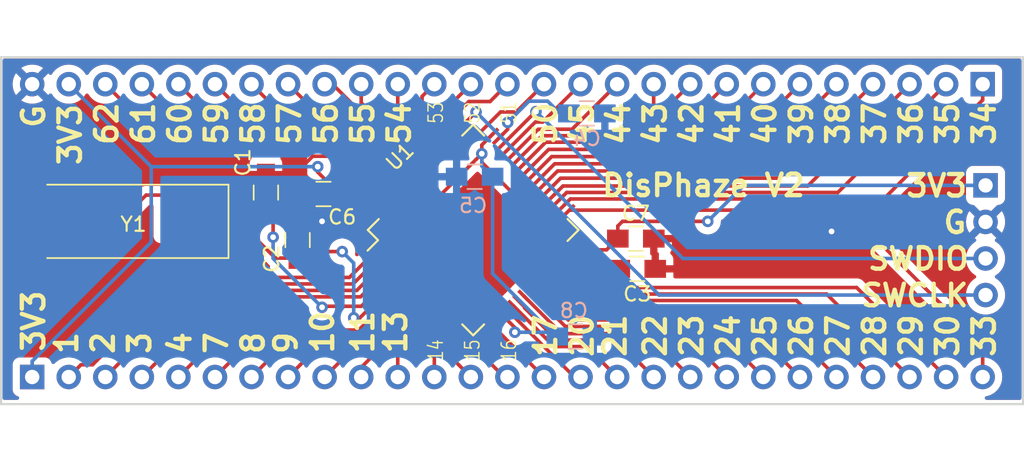
<source format=kicad_pcb>
(kicad_pcb (version 20221018) (generator pcbnew)
  (layers (0 "F.Cu" signal) (31 "B.Cu" signal) (34 "B.Paste" user) (35 "F.Paste" user) (36 "B.SilkS" user "B.Silkscreen") (37 "F.SilkS" user "F.Silkscreen") (38 "B.Mask" user) (39 "F.Mask" user) (44 "Edge.Cuts" user))
  (net 0 "")
  (net 1 "GND")
  (net 2 "Net-(C1-Pad1)")
  (net 3 "Net-(C2-Pad1)")
  (net 4 "Net-(C4-Pad1)")
  (net 5 "+3V3")
  (net 6 "p30")
  (net 7 "p29")
  (net 8 "p28")
  (net 9 "p27")
  (net 10 "p26")
  (net 11 "p25")
  (net 12 "p24")
  (net 13 "p23")
  (net 14 "p22")
  (net 15 "p21")
  (net 16 "p20")
  (net 17 "p17")
  (net 18 "p16")
  (net 19 "p15")
  (net 20 "p14")
  (net 21 "p13")
  (net 22 "p11")
  (net 23 "p10")
  (net 24 "p9")
  (net 25 "p8")
  (net 26 "p7")
  (net 27 "p4")
  (net 28 "p3")
  (net 29 "p2")
  (net 30 "p1")
  (net 31 "p33")
  (net 32 "p34")
  (net 33 "p35")
  (net 34 "p36")
  (net 35 "p37")
  (net 36 "p38")
  (net 37 "p39")
  (net 38 "p40")
  (net 39 "p41")
  (net 40 "p42")
  (net 41 "p43")
  (net 42 "p44")
  (net 43 "p45")
  (net 44 "p50")
  (net 45 "p51")
  (net 46 "p52")
  (net 47 "p53")
  (net 48 "p54")
  (net 49 "p55")
  (net 50 "p56")
  (net 51 "p57")
  (net 52 "p58")
  (net 53 "p59")
  (net 54 "p60")
  (net 55 "p61")
  (net 56 "p62")
  (net 57 "SWCLK")
  (net 58 "SWDIO")
  (net 59 "Net-(C3-Pad2)")
  (footprint "Capacitors_SMD:C_0805_HandSoldering" (layer "F.Cu") (at 169.7 118.8 180)
    (fp_text reference "C3" (at 0 -1.75 180) (layer "F.SilkS"))
    (fp_text value "2.2uF")
    (pad "1" smd rect (at -1.25 0 180) (size 1.5 1.25) (layers "F.Cu" "F.Paste" "F.Mask") (net 1 "GND"))
    (pad "2" smd rect (at 1.25 0 180) (size 1.5 1.25) (layers "F.Cu" "F.Paste" "F.Mask") (net 59 "Net-(C3-Pad2)"))
  )
  (footprint "Capacitors_SMD:C_0805_HandSoldering" (layer "F.Cu") (at 147.9 113.6 180)
    (fp_text reference "C6" (at -1.3 -1.6 180) (layer "F.SilkS"))
    (fp_text value "100nF")
    (pad "1" smd rect (at -1.25 0 180) (size 1.5 1.25) (layers "F.Cu" "F.Paste" "F.Mask") (net 5 "+3V3"))
    (pad "2" smd rect (at 1.25 0 180) (size 1.5 1.25) (layers "F.Cu" "F.Paste" "F.Mask") (net 1 "GND"))
  )
  (footprint "Capacitors_SMD:C_0805_HandSoldering" (layer "F.Cu") (at 169.6 116.7)
    (fp_text reference "C7" (at 0 -1.75) (layer "F.SilkS"))
    (fp_text value "100nF")
    (pad "1" smd rect (at -1.25 0) (size 1.5 1.25) (layers "F.Cu" "F.Paste" "F.Mask") (net 5 "+3V3"))
    (pad "2" smd rect (at 1.25 0) (size 1.5 1.25) (layers "F.Cu" "F.Paste" "F.Mask") (net 1 "GND"))
  )
  (footprint "Custom_Footprints:Connector_27x2.54mm" (layer "F.Cu") (at 193.7004 105.9688 180)
    (fp_text reference "J2" hide)
    (fp_text value "Conn_01x27")
    (pad "1" thru_hole rect (at 0 0 180) (size 1.7 1.7) (drill 1) (layers "*.Cu" "*.Mask") (net 32 "p34"))
    (pad "2" thru_hole circle (at 2.54 0 180) (size 1.7 1.7) (drill 1) (layers "*.Cu" "*.Mask") (net 33 "p35"))
    (pad "3" thru_hole circle (at 5.08 0 180) (size 1.7 1.7) (drill 1) (layers "*.Cu" "*.Mask") (net 34 "p36"))
    (pad "4" thru_hole circle (at 7.62 0 180) (size 1.7 1.7) (drill 1) (layers "*.Cu" "*.Mask") (net 35 "p37"))
    (pad "5" thru_hole circle (at 10.16 0 180) (size 1.7 1.7) (drill 1) (layers "*.Cu" "*.Mask") (net 36 "p38"))
    (pad "6" thru_hole circle (at 12.7 0 180) (size 1.7 1.7) (drill 1) (layers "*.Cu" "*.Mask") (net 37 "p39"))
    (pad "7" thru_hole circle (at 15.24 0 180) (size 1.7 1.7) (drill 1) (layers "*.Cu" "*.Mask") (net 38 "p40"))
    (pad "8" thru_hole circle (at 17.78 0 180) (size 1.7 1.7) (drill 1) (layers "*.Cu" "*.Mask") (net 39 "p41"))
    (pad "9" thru_hole circle (at 20.32 0 180) (size 1.7 1.7) (drill 1) (layers "*.Cu" "*.Mask") (net 40 "p42"))
    (pad "10" thru_hole circle (at 22.86 0 180) (size 1.7 1.7) (drill 1) (layers "*.Cu" "*.Mask") (net 41 "p43"))
    (pad "11" thru_hole circle (at 25.4 0 180) (size 1.7 1.7) (drill 1) (layers "*.Cu" "*.Mask") (net 42 "p44"))
    (pad "12" thru_hole circle (at 27.94 0 180) (size 1.7 1.7) (drill 1) (layers "*.Cu" "*.Mask") (net 43 "p45"))
    (pad "13" thru_hole circle (at 30.48 0 180) (size 1.7 1.7) (drill 1) (layers "*.Cu" "*.Mask") (net 44 "p50"))
    (pad "14" thru_hole circle (at 33.02 0 180) (size 1.7 1.7) (drill 1) (layers "*.Cu" "*.Mask") (net 45 "p51"))
    (pad "15" thru_hole circle (at 35.56 0 180) (size 1.7 1.7) (drill 1) (layers "*.Cu" "*.Mask") (net 46 "p52"))
    (pad "16" thru_hole circle (at 38.1 0 180) (size 1.7 1.7) (drill 1) (layers "*.Cu" "*.Mask") (net 47 "p53"))
    (pad "17" thru_hole circle (at 40.64 0 180) (size 1.7 1.7) (drill 1) (layers "*.Cu" "*.Mask") (net 48 "p54"))
    (pad "18" thru_hole circle (at 43.18 0 180) (size 1.7 1.7) (drill 1) (layers "*.Cu" "*.Mask") (net 49 "p55"))
    (pad "19" thru_hole circle (at 45.72 0 180) (size 1.7 1.7) (drill 1) (layers "*.Cu" "*.Mask") (net 50 "p56"))
    (pad "20" thru_hole circle (at 48.26 0 180) (size 1.7 1.7) (drill 1) (layers "*.Cu" "*.Mask") (net 51 "p57"))
    (pad "21" thru_hole circle (at 50.8 0 180) (size 1.7 1.7) (drill 1) (layers "*.Cu" "*.Mask") (net 52 "p58"))
    (pad "22" thru_hole circle (at 53.34 0 180) (size 1.7 1.7) (drill 1) (layers "*.Cu" "*.Mask") (net 53 "p59"))
    (pad "23" thru_hole circle (at 55.88 0 180) (size 1.7 1.7) (drill 1) (layers "*.Cu" "*.Mask") (net 54 "p60"))
    (pad "24" thru_hole circle (at 58.42 0 180) (size 1.7 1.7) (drill 1) (layers "*.Cu" "*.Mask") (net 55 "p61"))
    (pad "25" thru_hole circle (at 60.96 0 180) (size 1.7 1.7) (drill 1) (layers "*.Cu" "*.Mask") (net 56 "p62"))
    (pad "26" thru_hole circle (at 63.5 0 180) (size 1.7 1.7) (drill 1) (layers "*.Cu" "*.Mask") (net 5 "+3V3"))
    (pad "27" thru_hole circle (at 66.04 0 180) (size 1.7 1.7) (drill 1) (layers "*.Cu" "*.Mask") (net 1 "GND"))
  )
  (footprint "Custom_Footprints:4pin_header" (layer "F.Cu") (at 193.9 113 -90)
    (fp_text reference "J3" hide)
    (fp_text value "Conn_01x04_Male" hide)
    (pad "1" thru_hole rect (at 0 0 270) (size 1.7 1.7) (drill 1) (layers "*.Cu" "*.Mask") (net 5 "+3V3"))
    (pad "2" thru_hole circle (at 2.54 0 270) (size 1.7 1.7) (drill 1) (layers "*.Cu" "*.Mask") (net 1 "GND"))
    (pad "3" thru_hole circle (at 5.08 0 270) (size 1.7 1.7) (drill 1) (layers "*.Cu" "*.Mask") (net 58 "SWDIO"))
    (pad "4" thru_hole circle (at 7.62 0 270) (size 1.7 1.7) (drill 1) (layers "*.Cu" "*.Mask") (net 57 "SWCLK"))
  )
  (footprint "Package_QFP:LQFP-64_10x10mm_P0.5mm" (layer "F.Cu") (at 158.3 116.1 45)
    (fp_text reference "U1" (at 0 -7.2 45) (layer "F.SilkS"))
    (fp_text value "STM32F405RGTx")
    (pad "1" smd rect (at -5.7 -3.75 45) (size 1 0.25) (layers "F.Cu" "F.Paste" "F.Mask") (net 30 "p1"))
    (pad "2" smd rect (at -5.7 -3.25 45) (size 1 0.25) (layers "F.Cu" "F.Paste" "F.Mask") (net 29 "p2"))
    (pad "3" smd rect (at -5.7 -2.75 45) (size 1 0.25) (layers "F.Cu" "F.Paste" "F.Mask") (net 28 "p3"))
    (pad "4" smd rect (at -5.7 -2.25 45) (size 1 0.25) (layers "F.Cu" "F.Paste" "F.Mask") (net 27 "p4"))
    (pad "5" smd rect (at -5.7 -1.75 45) (size 1 0.25) (layers "F.Cu" "F.Paste" "F.Mask") (net 2 "Net-(C1-Pad1)"))
    (pad "6" smd rect (at -5.7 -1.25 45) (size 1 0.25) (layers "F.Cu" "F.Paste" "F.Mask") (net 3 "Net-(C2-Pad1)"))
    (pad "7" smd rect (at -5.7 -0.75 45) (size 1 0.25) (layers "F.Cu" "F.Paste" "F.Mask") (net 26 "p7"))
    (pad "8" smd rect (at -5.7 -0.25 45) (size 1 0.25) (layers "F.Cu" "F.Paste" "F.Mask") (net 25 "p8"))
    (pad "9" smd rect (at -5.7 0.25 45) (size 1 0.25) (layers "F.Cu" "F.Paste" "F.Mask") (net 24 "p9"))
    (pad "10" smd rect (at -5.7 0.75 45) (size 1 0.25) (layers "F.Cu" "F.Paste" "F.Mask") (net 23 "p10"))
    (pad "11" smd rect (at -5.7 1.25 45) (size 1 0.25) (layers "F.Cu" "F.Paste" "F.Mask") (net 22 "p11"))
    (pad "12" smd rect (at -5.7 1.75 45) (size 1 0.25) (layers "F.Cu" "F.Paste" "F.Mask") (net 1 "GND"))
    (pad "13" smd rect (at -5.7 2.25 45) (size 1 0.25) (layers "F.Cu" "F.Paste" "F.Mask") (net 21 "p13"))
    (pad "14" smd rect (at -5.7 2.75 45) (size 1 0.25) (layers "F.Cu" "F.Paste" "F.Mask") (net 20 "p14"))
    (pad "15" smd rect (at -5.7 3.25 45) (size 1 0.25) (layers "F.Cu" "F.Paste" "F.Mask") (net 19 "p15"))
    (pad "16" smd rect (at -5.7 3.75 45) (size 1 0.25) (layers "F.Cu" "F.Paste" "F.Mask") (net 18 "p16"))
    (pad "17" smd rect (at -3.75 5.7 135) (size 1 0.25) (layers "F.Cu" "F.Paste" "F.Mask") (net 17 "p17"))
    (pad "18" smd rect (at -3.25 5.7 135) (size 1 0.25) (layers "F.Cu" "F.Paste" "F.Mask") (net 1 "GND"))
    (pad "19" smd rect (at -2.75 5.7 135) (size 1 0.25) (layers "F.Cu" "F.Paste" "F.Mask") (net 5 "+3V3"))
    (pad "20" smd rect (at -2.25 5.7 135) (size 1 0.25) (layers "F.Cu" "F.Paste" "F.Mask") (net 16 "p20"))
    (pad "21" smd rect (at -1.75 5.7 135) (size 1 0.25) (layers "F.Cu" "F.Paste" "F.Mask") (net 15 "p21"))
    (pad "22" smd rect (at -1.25 5.7 135) (size 1 0.25) (layers "F.Cu" "F.Paste" "F.Mask") (net 14 "p22"))
    (pad "23" smd rect (at -0.75 5.7 135) (size 1 0.25) (layers "F.Cu" "F.Paste" "F.Mask") (net 13 "p23"))
    (pad "24" smd rect (at -0.25 5.7 135) (size 1 0.25) (layers "F.Cu" "F.Paste" "F.Mask") (net 12 "p24"))
    (pad "25" smd rect (at 0.25 5.7 135) (size 1 0.25) (layers "F.Cu" "F.Paste" "F.Mask") (net 11 "p25"))
    (pad "26" smd rect (at 0.75 5.7 135) (size 1 0.25) (layers "F.Cu" "F.Paste" "F.Mask") (net 10 "p26"))
    (pad "27" smd rect (at 1.25 5.7 135) (size 1 0.25) (layers "F.Cu" "F.Paste" "F.Mask") (net 9 "p27"))
    (pad "28" smd rect (at 1.75 5.7 135) (size 1 0.25) (layers "F.Cu" "F.Paste" "F.Mask") (net 8 "p28"))
    (pad "29" smd rect (at 2.25 5.7 135) (size 1 0.25) (layers "F.Cu" "F.Paste" "F.Mask") (net 7 "p29"))
    (pad "30" smd rect (at 2.75 5.7 135) (size 1 0.25) (layers "F.Cu" "F.Paste" "F.Mask") (net 6 "p30"))
    (pad "31" smd rect (at 3.25 5.7 135) (size 1 0.25) (layers "F.Cu" "F.Paste" "F.Mask") (net 59 "Net-(C3-Pad2)"))
    (pad "32" smd rect (at 3.75 5.7 135) (size 1 0.25) (layers "F.Cu" "F.Paste" "F.Mask") (net 5 "+3V3"))
    (pad "33" smd rect (at 5.7 3.75 45) (size 1 0.25) (layers "F.Cu" "F.Paste" "F.Mask") (net 31 "p33"))
    (pad "34" smd rect (at 5.7 3.25 45) (size 1 0.25) (layers "F.Cu" "F.Paste" "F.Mask") (net 32 "p34"))
    (pad "35" smd rect (at 5.7 2.75 45) (size 1 0.25) (layers "F.Cu" "F.Paste" "F.Mask") (net 33 "p35"))
    (pad "36" smd rect (at 5.7 2.25 45) (size 1 0.25) (layers "F.Cu" "F.Paste" "F.Mask") (net 34 "p36"))
    (pad "37" smd rect (at 5.7 1.75 45) (size 1 0.25) (layers "F.Cu" "F.Paste" "F.Mask") (net 35 "p37"))
    (pad "38" smd rect (at 5.7 1.25 45) (size 1 0.25) (layers "F.Cu" "F.Paste" "F.Mask") (net 36 "p38"))
    (pad "39" smd rect (at 5.7 0.75 45) (size 1 0.25) (layers "F.Cu" "F.Paste" "F.Mask") (net 37 "p39"))
    (pad "40" smd rect (at 5.7 0.25 45) (size 1 0.25) (layers "F.Cu" "F.Paste" "F.Mask") (net 38 "p40"))
    (pad "41" smd rect (at 5.7 -0.25 45) (size 1 0.25) (layers "F.Cu" "F.Paste" "F.Mask") (net 39 "p41"))
    (pad "42" smd rect (at 5.7 -0.75 45) (size 1 0.25) (layers "F.Cu" "F.Paste" "F.Mask") (net 40 "p42"))
    (pad "43" smd rect (at 5.7 -1.25 45) (size 1 0.25) (layers "F.Cu" "F.Paste" "F.Mask") (net 41 "p43"))
    (pad "44" smd rect (at 5.7 -1.75 45) (size 1 0.25) (layers "F.Cu" "F.Paste" "F.Mask") (net 42 "p44"))
    (pad "45" smd rect (at 5.7 -2.25 45) (size 1 0.25) (layers "F.Cu" "F.Paste" "F.Mask") (net 43 "p45"))
    (pad "46" smd rect (at 5.7 -2.75 45) (size 1 0.25) (layers "F.Cu" "F.Paste" "F.Mask") (net 58 "SWDIO"))
    (pad "47" smd rect (at 5.7 -3.25 45) (size 1 0.25) (layers "F.Cu" "F.Paste" "F.Mask") (net 4 "Net-(C4-Pad1)"))
    (pad "48" smd rect (at 5.7 -3.75 45) (size 1 0.25) (layers "F.Cu" "F.Paste" "F.Mask") (net 5 "+3V3"))
    (pad "49" smd rect (at 3.75 -5.7 135) (size 1 0.25) (layers "F.Cu" "F.Paste" "F.Mask") (net 57 "SWCLK"))
    (pad "50" smd rect (at 3.25 -5.7 135) (size 1 0.25) (layers "F.Cu" "F.Paste" "F.Mask") (net 44 "p50"))
    (pad "51" smd rect (at 2.75 -5.7 135) (size 1 0.25) (layers "F.Cu" "F.Paste" "F.Mask") (net 45 "p51"))
    (pad "52" smd rect (at 2.25 -5.7 135) (size 1 0.25) (layers "F.Cu" "F.Paste" "F.Mask") (net 46 "p52"))
    (pad "53" smd rect (at 1.75 -5.7 135) (size 1 0.25) (layers "F.Cu" "F.Paste" "F.Mask") (net 47 "p53"))
    (pad "54" smd rect (at 1.25 -5.7 135) (size 1 0.25) (layers "F.Cu" "F.Paste" "F.Mask") (net 48 "p54"))
    (pad "55" smd rect (at 0.75 -5.7 135) (size 1 0.25) (layers "F.Cu" "F.Paste" "F.Mask") (net 49 "p55"))
    (pad "56" smd rect (at 0.25 -5.7 135) (size 1 0.25) (layers "F.Cu" "F.Paste" "F.Mask") (net 50 "p56"))
    (pad "57" smd rect (at -0.25 -5.7 135) (size 1 0.25) (layers "F.Cu" "F.Paste" "F.Mask") (net 51 "p57"))
    (pad "58" smd rect (at -0.75 -5.7 135) (size 1 0.25) (layers "F.Cu" "F.Paste" "F.Mask") (net 52 "p58"))
    (pad "59" smd rect (at -1.25 -5.7 135) (size 1 0.25) (layers "F.Cu" "F.Paste" "F.Mask") (net 53 "p59"))
    (pad "60" smd rect (at -1.75 -5.7 135) (size 1 0.25) (layers "F.Cu" "F.Paste" "F.Mask") (net 54 "p60"))
    (pad "61" smd rect (at -2.25 -5.7 135) (size 1 0.25) (layers "F.Cu" "F.Paste" "F.Mask") (net 55 "p61"))
    (pad "62" smd rect (at -2.75 -5.7 135) (size 1 0.25) (layers "F.Cu" "F.Paste" "F.Mask") (net 56 "p62"))
    (pad "63" smd rect (at -3.25 -5.7 135) (size 1 0.25) (layers "F.Cu" "F.Paste" "F.Mask") (net 1 "GND"))
    (pad "64" smd rect (at -3.75 -5.7 135) (size 1 0.25) (layers "F.Cu" "F.Paste" "F.Mask") (net 5 "+3V3"))
  )
  (footprint "Custom_Footprints:Connector_27x2.54mm" (layer "F.Cu") (at 127.6604 126.3142)
    (fp_text reference "J1" hide)
    (fp_text value "Conn_01x27")
    (pad "1" thru_hole rect (at 0 0) (size 1.7 1.7) (drill 1) (layers "*.Cu" "*.Mask") (net 5 "+3V3"))
    (pad "2" thru_hole circle (at 2.54 0) (size 1.7 1.7) (drill 1) (layers "*.Cu" "*.Mask") (net 30 "p1"))
    (pad "3" thru_hole circle (at 5.08 0) (size 1.7 1.7) (drill 1) (layers "*.Cu" "*.Mask") (net 29 "p2"))
    (pad "4" thru_hole circle (at 7.62 0) (size 1.7 1.7) (drill 1) (layers "*.Cu" "*.Mask") (net 28 "p3"))
    (pad "5" thru_hole circle (at 10.16 0) (size 1.7 1.7) (drill 1) (layers "*.Cu" "*.Mask") (net 27 "p4"))
    (pad "6" thru_hole circle (at 12.7 0) (size 1.7 1.7) (drill 1) (layers "*.Cu" "*.Mask") (net 26 "p7"))
    (pad "7" thru_hole circle (at 15.24 0) (size 1.7 1.7) (drill 1) (layers "*.Cu" "*.Mask") (net 25 "p8"))
    (pad "8" thru_hole circle (at 17.78 0) (size 1.7 1.7) (drill 1) (layers "*.Cu" "*.Mask") (net 24 "p9"))
    (pad "9" thru_hole circle (at 20.32 0) (size 1.7 1.7) (drill 1) (layers "*.Cu" "*.Mask") (net 23 "p10"))
    (pad "10" thru_hole circle (at 22.86 0) (size 1.7 1.7) (drill 1) (layers "*.Cu" "*.Mask") (net 22 "p11"))
    (pad "11" thru_hole circle (at 25.4 0) (size 1.7 1.7) (drill 1) (layers "*.Cu" "*.Mask") (net 21 "p13"))
    (pad "12" thru_hole circle (at 27.94 0) (size 1.7 1.7) (drill 1) (layers "*.Cu" "*.Mask") (net 20 "p14"))
    (pad "13" thru_hole circle (at 30.48 0) (size 1.7 1.7) (drill 1) (layers "*.Cu" "*.Mask") (net 19 "p15"))
    (pad "14" thru_hole circle (at 33.02 0) (size 1.7 1.7) (drill 1) (layers "*.Cu" "*.Mask") (net 18 "p16"))
    (pad "15" thru_hole circle (at 35.56 0) (size 1.7 1.7) (drill 1) (layers "*.Cu" "*.Mask") (net 17 "p17"))
    (pad "16" thru_hole circle (at 38.1 0) (size 1.7 1.7) (drill 1) (layers "*.Cu" "*.Mask") (net 16 "p20"))
    (pad "17" thru_hole circle (at 40.64 0) (size 1.7 1.7) (drill 1) (layers "*.Cu" "*.Mask") (net 15 "p21"))
    (pad "18" thru_hole circle (at 43.18 0) (size 1.7 1.7) (drill 1) (layers "*.Cu" "*.Mask") (net 14 "p22"))
    (pad "19" thru_hole circle (at 45.72 0) (size 1.7 1.7) (drill 1) (layers "*.Cu" "*.Mask") (net 13 "p23"))
    (pad "20" thru_hole circle (at 48.26 0) (size 1.7 1.7) (drill 1) (layers "*.Cu" "*.Mask") (net 12 "p24"))
    (pad "21" thru_hole circle (at 50.8 0) (size 1.7 1.7) (drill 1) (layers "*.Cu" "*.Mask") (net 11 "p25"))
    (pad "22" thru_hole circle (at 53.34 0) (size 1.7 1.7) (drill 1) (layers "*.Cu" "*.Mask") (net 10 "p26"))
    (pad "23" thru_hole circle (at 55.88 0) (size 1.7 1.7) (drill 1) (layers "*.Cu" "*.Mask") (net 9 "p27"))
    (pad "24" thru_hole circle (at 58.42 0) (size 1.7 1.7) (drill 1) (layers "*.Cu" "*.Mask") (net 8 "p28"))
    (pad "25" thru_hole circle (at 60.96 0) (size 1.7 1.7) (drill 1) (layers "*.Cu" "*.Mask") (net 7 "p29"))
    (pad "26" thru_hole circle (at 63.5 0) (size 1.7 1.7) (drill 1) (layers "*.Cu" "*.Mask") (net 6 "p30"))
    (pad "27" thru_hole circle (at 66.04 0) (size 1.7 1.7) (drill 1) (layers "*.Cu" "*.Mask") (net 31 "p33"))
  )
  (footprint "Capacitors_SMD:C_0805_HandSoldering" (layer "F.Cu") (at 143.9 113.5 90)
    (fp_text reference "C1" (at 2.1 -1.6 90) (layer "F.SilkS"))
    (fp_text value "18pF")
    (pad "1" smd rect (at -1.25 0 90) (size 1.5 1.25) (layers "F.Cu" "F.Paste" "F.Mask") (net 2 "Net-(C1-Pad1)"))
    (pad "2" smd rect (at 1.25 0 90) (size 1.5 1.25) (layers "F.Cu" "F.Paste" "F.Mask") (net 1 "GND"))
  )
  (footprint "Capacitors_SMD:C_0805_HandSoldering" (layer "F.Cu") (at 146.1 116.8 90)
    (fp_text reference "C2" (at -1.3 -1.8 90) (layer "F.SilkS"))
    (fp_text value "18pF")
    (pad "1" smd rect (at -1.25 0 90) (size 1.5 1.25) (layers "F.Cu" "F.Paste" "F.Mask") (net 3 "Net-(C2-Pad1)"))
    (pad "2" smd rect (at 1.25 0 90) (size 1.5 1.25) (layers "F.Cu" "F.Paste" "F.Mask") (net 1 "GND"))
  )
  (footprint "Crystals:Crystal_SMD_HC49-SD" (layer "F.Cu") (at 134.6 115.5 180)
    (fp_text reference "Y1" (at -0.1 -0.2 180) (layer "F.SilkS"))
    (fp_text value "Crystal")
    (pad "1" smd rect (at -4.25 0 180) (size 4.5 2) (layers "F.Cu" "F.Paste" "F.Mask") (net 3 "Net-(C2-Pad1)"))
    (pad "2" smd rect (at 4.25 0 180) (size 4.5 2) (layers "F.Cu" "F.Paste" "F.Mask") (net 2 "Net-(C1-Pad1)"))
  )
  (footprint "Capacitors_SMD:C_0805_HandSoldering" (layer "B.Cu") (at 166.2 108)
    (fp_text reference "C4" (at 0 1.75) (layer "B.SilkS") (effects (justify mirror)))
    (fp_text value "2.2uF")
    (pad "1" smd rect (at -1.25 0) (size 1.5 1.25) (layers "B.Cu" "B.Paste" "B.Mask") (net 4 "Net-(C4-Pad1)"))
    (pad "2" smd rect (at 1.25 0) (size 1.5 1.25) (layers "B.Cu" "B.Paste" "B.Mask") (net 1 "GND"))
  )
  (footprint "Capacitors_SMD:C_0805_HandSoldering" (layer "B.Cu") (at 165.4 123.5)
    (fp_text reference "C8" (at -0.1 -1.8) (layer "B.SilkS") (effects (justify mirror)))
    (fp_text value "100nF")
    (pad "1" smd rect (at -1.25 0) (size 1.5 1.25) (layers "B.Cu" "B.Paste" "B.Mask") (net 5 "+3V3"))
    (pad "2" smd rect (at 1.25 0) (size 1.5 1.25) (layers "B.Cu" "B.Paste" "B.Mask") (net 1 "GND"))
  )
  (footprint "Capacitors_SMD:C_0805_HandSoldering" (layer "B.Cu") (at 158.4 112.4 180)
    (fp_text reference "C5" (at 0.1 -2 180) (layer "B.SilkS") (effects (justify mirror)))
    (fp_text value "100nF")
    (pad "1" smd rect (at -1.25 0 180) (size 1.5 1.25) (layers "B.Cu" "B.Paste" "B.Mask") (net 5 "+3V3"))
    (pad "2" smd rect (at 1.25 0 180) (size 1.5 1.25) (layers "B.Cu" "B.Paste" "B.Mask") (net 1 "GND"))
  )
  (gr_line (start 125.5 128.2) (end 125.5 104.1) (stroke (width 0.15)) (layer "Edge.Cuts"))
  (gr_line (start 196.5 128.2) (end 125.5 128.2) (stroke (width 0.15)) (layer "Edge.Cuts"))
  (gr_line (start 125.5 104.1) (end 196.5 104.1) (stroke (width 0.15)) (layer "Edge.Cuts"))
  (gr_line (start 196.5 104.1) (end 196.5 128.2) (stroke (width 0.15)) (layer "Edge.Cuts"))
  (gr_text "61\n" (at 135.382 108.712 90) (layer "F.SilkS") (effects (font (size 1.5 1.5) (thickness 0.3))))
  (gr_text "60" (at 137.922 108.712 90) (layer "F.SilkS") (effects (font (size 1.5 1.5) (thickness 0.3))))
  (gr_text "59" (at 140.462 108.712 90) (layer "F.SilkS") (effects (font (size 1.5 1.5) (thickness 0.3))))
  (gr_text "58" (at 143.002 108.712 90) (layer "F.SilkS") (effects (font (size 1.5 1.5) (thickness 0.3))))
  (gr_text "57" (at 145.542 108.712 90) (layer "F.SilkS") (effects (font (size 1.5 1.5) (thickness 0.3))))
  (gr_text "56" (at 148.082 108.712 90) (layer "F.SilkS") (effects (font (size 1.5 1.5) (thickness 0.3))))
  (gr_text "55" (at 150.622 108.712 90) (layer "F.SilkS") (effects (font (size 1.5 1.5) (thickness 0.3))))
  (gr_text "54" (at 153.162 108.712 90) (layer "F.SilkS") (effects (font (size 1.5 1.5) (thickness 0.3))))
  (gr_text "50" (at 163.322 108.712 90) (layer "F.SilkS") (effects (font (size 1.5 1.5) (thickness 0.3))))
  (gr_text "45" (at 165.862 108.712 90) (layer "F.SilkS") (effects (font (size 1.5 1.5) (thickness 0.3))))
  (gr_text "44" (at 168.402 108.712 90) (layer "F.SilkS") (effects (font (size 1.5 1.5) (thickness 0.3))))
  (gr_text "43" (at 170.942 108.712 90) (layer "F.SilkS") (effects (font (size 1.5 1.5) (thickness 0.3))))
  (gr_text "42" (at 173.482 108.712 90) (layer "F.SilkS") (effects (font (size 1.5 1.5) (thickness 0.3))))
  (gr_text "41" (at 176.022 108.712 90) (layer "F.SilkS") (effects (font (size 1.5 1.5) (thickness 0.3))))
  (gr_text "40" (at 178.562 108.712 90) (layer "F.SilkS") (effects (font (size 1.5 1.5) (thickness 0.3))))
  (gr_text "39" (at 181.102 108.712 90) (layer "F.SilkS") (effects (font (size 1.5 1.5) (thickness 0.3))))
  (gr_text "38" (at 183.642 108.712 90) (layer "F.SilkS") (effects (font (size 1.5 1.5) (thickness 0.3))))
  (gr_text "37" (at 186.182 108.712 90) (layer "F.SilkS") (effects (font (size 1.5 1.5) (thickness 0.3))))
  (gr_text "36" (at 188.722 108.712 90) (layer "F.SilkS") (effects (font (size 1.5 1.5) (thickness 0.3))))
  (gr_text "35" (at 191.262 108.712 90) (layer "F.SilkS") (effects (font (size 1.5 1.5) (thickness 0.3))))
  (gr_text "34" (at 193.802 108.712 90) (layer "F.SilkS") (effects (font (size 1.5 1.5) (thickness 0.3))))
  (gr_text "3V3" (at 190.5 113.03) (layer "F.SilkS") (effects (font (size 1.5 1.5) (thickness 0.3))))
  (gr_text "G" (at 191.77 115.57) (layer "F.SilkS") (effects (font (size 1.5 1.5) (thickness 0.3))))
  (gr_text "SWDIO" (at 189.23 118.11) (layer "F.SilkS") (effects (font (size 1.5 1.5) (thickness 0.3))))
  (gr_text "SWCLK" (at 188.976 120.65) (layer "F.SilkS") (effects (font (size 1.5 1.5) (thickness 0.3))))
  (gr_text "3V3" (at 127.762 122.428 90) (layer "F.SilkS") (effects (font (size 1.5 1.5) (thickness 0.3))))
  (gr_text "1" (at 130.048 123.952 90) (layer "F.SilkS") (effects (font (size 1.5 1.5) (thickness 0.3))))
  (gr_text "2" (at 132.588 123.952 90) (layer "F.SilkS") (effects (font (size 1.5 1.5) (thickness 0.3))))
  (gr_text "3" (at 135.128 123.952 90) (layer "F.SilkS") (effects (font (size 1.5 1.5) (thickness 0.3))))
  (gr_text "4" (at 137.922 123.952 90) (layer "F.SilkS") (effects (font (size 1.5 1.5) (thickness 0.3))))
  (gr_text "7" (at 140.462 123.952 90) (layer "F.SilkS") (effects (font (size 1.5 1.5) (thickness 0.3))))
  (gr_text "8" (at 143.002 123.952 90) (layer "F.SilkS") (effects (font (size 1.5 1.5) (thickness 0.3))))
  (gr_text "9" (at 145.288 123.952 90) (layer "F.SilkS") (effects (font (size 1.5 1.5) (thickness 0.3))))
  (gr_text "10" (at 147.828 123.19 90) (layer "F.SilkS") (effects (font (size 1.5 1.5) (thickness 0.3))))
  (gr_text "11" (at 150.622 123.19 90) (layer "F.SilkS") (effects (font (size 1.5 1.5) (thickness 0.3))))
  (gr_text "13" (at 152.908 123.19 90) (layer "F.SilkS") (effects (font (size 1.5 1.5) (thickness 0.3))))
  (gr_text "14" (at 155.702 124.46 90) (layer "F.SilkS") (effects (font (size 1 0.8) (thickness 0.1))))
  (gr_text "15" (at 158.242 124.46 90) (layer "F.SilkS") (effects (font (size 1 0.8) (thickness 0.1))))
  (gr_text "16" (at 160.782 124.46 90) (layer "F.SilkS") (effects (font (size 1 0.8) (thickness 0.1))))
  (gr_text "17" (at 163.322 123.444 90) (layer "F.SilkS") (effects (font (size 1.5 1.5) (thickness 0.3))))
  (gr_text "20" (at 165.862 123.444 90) (layer "F.SilkS") (effects (font (size 1.5 1.5) (thickness 0.3))))
  (gr_text "21" (at 168.148 123.444 90) (layer "F.SilkS") (effects (font (size 1.5 1.5) (thickness 0.3))))
  (gr_text "22" (at 170.942 123.444 90) (layer "F.SilkS") (effects (font (size 1.5 1.5) (thickness 0.3))))
  (gr_text "23" (at 173.482 123.444 90) (layer "F.SilkS") (effects (font (size 1.5 1.5) (thickness 0.3))))
  (gr_text "24" (at 176.022 123.444 90) (layer "F.SilkS") (effects (font (size 1.5 1.5) (thickness 0.3))))
  (gr_text "25" (at 178.562 123.444 90) (layer "F.SilkS") (effects (font (size 1.5 1.5) (thickness 0.3))))
  (gr_text "26" (at 181.102 123.444 90) (layer "F.SilkS") (effects (font (size 1.5 1.5) (thickness 0.3))))
  (gr_text "27" (at 183.642 123.444 90) (layer "F.SilkS") (effects (font (size 1.5 1.5) (thickness 0.3))))
  (gr_text "28" (at 186.182 123.444 90) (layer "F.SilkS") (effects (font (size 1.5 1.5) (thickness 0.3))))
  (gr_text "29" (at 188.722 123.444 90) (layer "F.SilkS") (effects (font (size 1.5 1.5) (thickness 0.3))))
  (gr_text "30" (at 191.262 123.444 90) (layer "F.SilkS") (effects (font (size 1.5 1.5) (thickness 0.3))))
  (gr_text "33" (at 193.802 123.444 90) (layer "F.SilkS") (effects (font (size 1.5 1.5) (thickness 0.3))))
  (gr_text "53" (at 155.702 107.95 90) (layer "F.SilkS") (effects (font (size 1 0.8) (thickness 0.1))))
  (gr_text "52" (at 158.242 107.95 90) (layer "F.SilkS") (effects (font (size 1 0.8) (thickness 0.1))))
  (gr_text "51" (at 160.782 107.95 90) (layer "F.SilkS") (effects (font (size 1 0.8) (thickness 0.1))))
  (gr_text "DisPhaze V2" (at 174.3 113) (layer "F.SilkS") (effects (font (size 1.5 1.5) (thickness 0.3))))
  (gr_text "3V3" (at 130.302 109.474 90) (layer "F.SilkS") (effects (font (size 1.5 1.5) (thickness 0.3))))
  (gr_text "G" (at 127.762 108.204 90) (layer "F.SilkS") (effects (font (size 1.5 1.5) (thickness 0.3))))
  (gr_text "62" (at 132.842 108.712 90) (layer "F.SilkS") (effects (font (size 1.5 1.5) (thickness 0.3))))
  (segment (start 158.503806 120.9) (end 159.608149 122.004343) (width 0.25) (layer "F.Cu") (net 1))
  (segment (start 151.971394 114.367588) (end 148.578805 110.974999) (width 0.25) (layer "F.Cu") (net 1))
  (segment (start 148.578805 110.974999) (end 147.151999 110.974999) (width 0.25) (layer "F.Cu") (net 1))
  (segment (start 155.974874 120.9) (end 158.503806 120.9) (width 0.25) (layer "F.Cu") (net 1))
  (segment (start 146.15 115.5) (end 146.1 115.55) (width 0.25) (layer "F.Cu") (net 1))
  (segment (start 147.8 115.5) (end 146.15 115.5) (width 0.25) (layer "F.Cu") (net 1))
  (segment (start 146.65 113.6) (end 146.65 115) (width 0.25) (layer "F.Cu") (net 1))
  (segment (start 159.608149 122.004343) (end 160.032412 122.428606) (width 0.25) (layer "F.Cu") (net 1))
  (segment (start 146.65 112.725) (end 146.65 113.6) (width 0.25) (layer "F.Cu") (net 1))
  (segment (start 146.65 115) (end 146.1 115.55) (width 0.25) (layer "F.Cu") (net 1))
  (segment (start 146.65 111.476998) (end 146.65 112.725) (width 0.25) (layer "F.Cu") (net 1))
  (segment (start 147.151999 110.974999) (end 146.65 111.476998) (width 0.25) (layer "F.Cu") (net 1))
  (segment (start 155.506928 121.367946) (end 155.974874 120.9) (width 0.25) (layer "F.Cu") (net 1))
  (via (at 147.8 115.5) (size 0.8) (drill 0.4) (layers "F.Cu" "B.Cu") (net 1))
  (via (at 183.2 116.2) (size 0.8) (drill 0.4) (layers "F.Cu" "B.Cu") (net 1))
  (segment (start 150.9 112.4) (end 147.8 115.5) (width 0.25) (layer "B.Cu") (net 1))
  (segment (start 157.15 112.4) (end 150.9 112.4) (width 0.25) (layer "B.Cu") (net 1))
  (segment (start 144.4 116.6) (end 144.4 115.25) (width 0.25) (layer "F.Cu") (net 2))
  (segment (start 134.25 115) (end 135.575001 113.674999) (width 0.25) (layer "F.Cu") (net 2))
  (segment (start 144.4 115.25) (end 143.9 114.75) (width 0.25) (layer "F.Cu") (net 2))
  (segment (start 135.575001 113.674999) (end 142.949999 113.674999) (width 0.25) (layer "F.Cu") (net 2))
  (segment (start 150.525126 121.4) (end 147.871729 121.4) (width 0.25) (layer "F.Cu") (net 2))
  (segment (start 153.032054 118.893072) (end 150.525126 121.4) (width 0.25) (layer "F.Cu") (net 2))
  (segment (start 143.9 114.625) (end 143.9 114.75) (width 0.25) (layer "F.Cu") (net 2))
  (segment (start 147.871729 121.4) (end 147.8 121.471729) (width 0.25) (layer "F.Cu") (net 2))
  (segment (start 131.75 115) (end 134.25 115) (width 0.25) (layer "F.Cu") (net 2))
  (segment (start 142.949999 113.674999) (end 143.9 114.625) (width 0.25) (layer "F.Cu") (net 2))
  (via (at 147.8 121.471729) (size 0.8) (drill 0.4) (layers "F.Cu" "B.Cu") (net 2))
  (via (at 144.4 116.6) (size 0.8) (drill 0.4) (layers "F.Cu" "B.Cu") (net 2))
  (segment (start 147.8 121.471729) (end 144.4 118.071729) (width 0.25) (layer "B.Cu") (net 2))
  (segment (start 144.4 118.071729) (end 144.4 116.6) (width 0.25) (layer "B.Cu") (net 2))
  (segment (start 145.225 118.05) (end 146.1 118.05) (width 0.25) (layer "F.Cu") (net 3))
  (segment (start 150.361538 122.2) (end 150 122.2) (width 0.25) (layer "F.Cu") (net 3))
  (segment (start 153.385608 119.246625) (end 150.432233 122.2) (width 0.25) (layer "F.Cu") (net 3))
  (segment (start 141.5 115) (end 144.55 118.05) (width 0.25) (layer "F.Cu") (net 3))
  (segment (start 146.75 117.6) (end 146.65 117.7) (width 0.25) (layer "F.Cu") (net 3))
  (segment (start 140.25 115) (end 141.5 115) (width 0.25) (layer "F.Cu") (net 3))
  (segment (start 149.2 117.6) (end 146.75 117.6) (width 0.25) (layer "F.Cu") (net 3))
  (segment (start 144.55 118.05) (end 145.225 118.05) (width 0.25) (layer "F.Cu") (net 3))
  (segment (start 150.432233 122.2) (end 150.361538 122.2) (width 0.25) (layer "F.Cu") (net 3))
  (via (at 150 122.2) (size 0.8) (drill 0.4) (layers "F.Cu" "B.Cu") (net 3))
  (via (at 149.2 117.6) (size 0.8) (drill 0.4) (layers "F.Cu" "B.Cu") (net 3))
  (segment (start 150 118.4) (end 149.2 117.6) (width 0.25) (layer "B.Cu") (net 3))
  (segment (start 150 122.2) (end 150 118.4) (width 0.25) (layer "B.Cu") (net 3))
  (segment (start 160.032412 109.771394) (end 160.7 109.103806) (width 0.25) (layer "F.Cu") (net 4))
  (segment (start 160.7 109.103806) (end 160.7 108.625) (width 0.25) (layer "F.Cu") (net 4))
  (via (at 160.7 108.625) (size 0.8) (drill 0.4) (layers "F.Cu" "B.Cu") (net 4))
  (segment (start 164.825 108.5) (end 164.95 108.5) (width 0.25) (layer "B.Cu") (net 4))
  (segment (start 163.474999 107.149999) (end 164.825 108.5) (width 0.25) (layer "B.Cu") (net 4))
  (segment (start 160.7 108.625) (end 162.175001 107.149999) (width 0.25) (layer "B.Cu") (net 4))
  (segment (start 162.175001 107.149999) (end 163.474999 107.149999) (width 0.25) (layer "B.Cu") (net 4))
  (segment (start 158.9 110.8) (end 158.9 111.396699) (width 0.25) (layer "F.Cu") (net 5))
  (segment (start 158.9 110.196699) (end 158.9 110.8) (width 0.25) (layer "F.Cu") (net 5))
  (segment (start 152.496699 115.6) (end 154.1 115.6) (width 0.25) (layer "F.Cu") (net 5))
  (segment (start 158.9 111.396699) (end 164.982159 117.478858) (width 0.25) (layer "F.Cu") (net 5))
  (segment (start 161.196358 122.885445) (end 161.196358 123.203644) (width 0.25) (layer "F.Cu") (net 5))
  (segment (start 149.396142 114.721142) (end 149.15 114.475) (width 0.25) (layer "F.Cu") (net 5))
  (segment (start 160.385965 122.075052) (end 161.196358 122.885445) (width 0.25) (layer "F.Cu") (net 5))
  (segment (start 168.675 115.5) (end 168.35 115.825) (width 0.25) (layer "F.Cu") (net 5))
  (segment (start 164.982159 117.478858) (end 167.571142 117.478858) (width 0.25) (layer "F.Cu") (net 5))
  (segment (start 149.15 113.6) (end 149.025 113.6) (width 0.25) (layer "F.Cu") (net 5))
  (segment (start 149.15 114.475) (end 149.15 113.6) (width 0.25) (layer "F.Cu") (net 5))
  (segment (start 149.025 113.6) (end 147.5 112.075) (width 0.25) (layer "F.Cu") (net 5))
  (segment (start 158.500001 111.199999) (end 158.9 110.8) (width 0.25) (layer "F.Cu") (net 5))
  (segment (start 159.678858 109.417841) (end 158.9 110.196699) (width 0.25) (layer "F.Cu") (net 5))
  (segment (start 167.571142 117.478858) (end 168.35 116.7) (width 0.25) (layer "F.Cu") (net 5))
  (segment (start 151.617841 114.721142) (end 152.496699 115.6) (width 0.25) (layer "F.Cu") (net 5))
  (segment (start 151.617841 114.721142) (end 149.396142 114.721142) (width 0.25) (layer "F.Cu") (net 5))
  (segment (start 174.6 115.5) (end 168.675 115.5) (width 0.25) (layer "F.Cu") (net 5))
  (segment (start 168.35 115.825) (end 168.35 116.7) (width 0.25) (layer "F.Cu") (net 5))
  (segment (start 154.1 115.6) (end 158.500001 111.199999) (width 0.25) (layer "F.Cu") (net 5))
  (segment (start 147.5 112.075) (end 147.5 111.7) (width 0.25) (layer "F.Cu") (net 5))
  (via (at 161.196358 123.203644) (size 0.8) (drill 0.4) (layers "F.Cu" "B.Cu") (net 5))
  (via (at 147.5 111.7) (size 0.8) (drill 0.4) (layers "F.Cu" "B.Cu") (net 5))
  (via (at 174.6 115.5) (size 0.8) (drill 0.4) (layers "F.Cu" "B.Cu") (net 5))
  (via (at 158.9 110.8) (size 0.8) (drill 0.4) (layers "F.Cu" "B.Cu") (net 5))
  (segment (start 164.025 123.5) (end 164.15 123.5) (width 0.25) (layer "B.Cu") (net 5))
  (segment (start 127.6604 126.3142) (end 127.6604 125.2142) (width 0.25) (layer "B.Cu") (net 5))
  (segment (start 163.853644 123.203644) (end 164.15 123.5) (width 0.25) (layer "B.Cu") (net 5))
  (segment (start 193.9 113) (end 177.1 113) (width 0.25) (layer "B.Cu") (net 5))
  (segment (start 158.9 111.65) (end 159.65 112.4) (width 0.25) (layer "B.Cu") (net 5))
  (segment (start 159.65 112.4) (end 159.65 119.125) (width 0.25) (layer "B.Cu") (net 5))
  (segment (start 159.65 119.125) (end 164.025 123.5) (width 0.25) (layer "B.Cu") (net 5))
  (segment (start 135.9316 111.7) (end 130.2004 105.9688) (width 0.25) (layer "B.Cu") (net 5))
  (segment (start 158.9 110.8) (end 158.9 111.65) (width 0.25) (layer "B.Cu") (net 5))
  (segment (start 147.5 111.7) (end 135.9316 111.7) (width 0.25) (layer "B.Cu") (net 5))
  (segment (start 135.9316 116.943) (end 135.9316 111.7) (width 0.25) (layer "B.Cu") (net 5))
  (segment (start 177.1 113) (end 174.6 115.5) (width 0.25) (layer "B.Cu") (net 5))
  (segment (start 127.6604 125.2142) (end 135.9316 116.943) (width 0.25) (layer "B.Cu") (net 5))
  (segment (start 161.196358 123.203644) (end 163.853644 123.203644) (width 0.25) (layer "B.Cu") (net 5))
  (segment (start 164.710228 118.610228) (end 166.19994 120.09994) (width 0.25) (layer "F.Cu") (net 6))
  (segment (start 184.94614 120.09994) (end 190.310401 125.464201) (width 0.25) (layer "F.Cu") (net 6))
  (segment (start 166.19994 120.09994) (end 184.94614 120.09994) (width 0.25) (layer "F.Cu") (net 6))
  (segment (start 164.699315 118.610228) (end 164.710228 118.610228) (width 0.25) (layer "F.Cu") (net 6))
  (segment (start 164.275052 118.185965) (end 164.699315 118.610228) (width 0.25) (layer "F.Cu") (net 6))
  (segment (start 190.310401 125.464201) (end 191.1604 126.3142) (width 0.25) (layer "F.Cu") (net 6))
  (segment (start 165.790537 120.54995) (end 182.85615 120.54995) (width 0.25) (layer "F.Cu") (net 7))
  (segment (start 187.770401 125.464201) (end 188.6204 126.3142) (width 0.25) (layer "F.Cu") (net 7))
  (segment (start 164.5 119.118019) (end 164.5 119.259413) (width 0.25) (layer "F.Cu") (net 7))
  (segment (start 182.85615 120.54995) (end 187.770401 125.464201) (width 0.25) (layer "F.Cu") (net 7))
  (segment (start 164.5 119.259413) (end 165.790537 120.54995) (width 0.25) (layer "F.Cu") (net 7))
  (segment (start 163.921499 118.539518) (end 164.5 119.118019) (width 0.25) (layer "F.Cu") (net 7))
  (segment (start 185.230401 125.464201) (end 186.0804 126.3142) (width 0.25) (layer "F.Cu") (net 8))
  (segment (start 163.992209 119.388032) (end 165.604137 120.99996) (width 0.25) (layer "F.Cu") (net 8))
  (segment (start 163.992209 119.317335) (end 163.992209 119.388032) (width 0.25) (layer "F.Cu") (net 8))
  (segment (start 180.76616 120.99996) (end 185.230401 125.464201) (width 0.25) (layer "F.Cu") (net 8))
  (segment (start 165.604137 120.99996) (end 180.76616 120.99996) (width 0.25) (layer "F.Cu") (net 8))
  (segment (start 163.567946 118.893072) (end 163.992209 119.317335) (width 0.25) (layer "F.Cu") (net 8))
  (segment (start 165.417737 121.44997) (end 178.67617 121.44997) (width 0.25) (layer "F.Cu") (net 9))
  (segment (start 178.67617 121.44997) (end 183.5404 126.3142) (width 0.25) (layer "F.Cu") (net 9))
  (segment (start 163.214392 119.246625) (end 165.417737 121.44997) (width 0.25) (layer "F.Cu") (net 9))
  (segment (start 176.58618 121.89998) (end 181.0004 126.3142) (width 0.25) (layer "F.Cu") (net 10))
  (segment (start 165.089943 121.89998) (end 176.58618 121.89998) (width 0.25) (layer "F.Cu") (net 10))
  (segment (start 163.285102 120.024442) (end 163.285102 120.095139) (width 0.25) (layer "F.Cu") (net 10))
  (segment (start 163.285102 120.095139) (end 165.089943 121.89998) (width 0.25) (layer "F.Cu") (net 10))
  (segment (start 162.860839 119.600179) (end 163.285102 120.024442) (width 0.25) (layer "F.Cu") (net 10))
  (segment (start 162.507285 119.953732) (end 164.903543 122.34999) (width 0.25) (layer "F.Cu") (net 11))
  (segment (start 174.49619 122.34999) (end 164.903543 122.34999) (width 0.25) (layer "F.Cu") (net 11))
  (segment (start 178.4604 126.3142) (end 174.49619 122.34999) (width 0.25) (layer "F.Cu") (net 11))
  (segment (start 162.946447 121.1) (end 163 121.1) (width 0.25) (layer "F.Cu") (net 12))
  (segment (start 163 121.1) (end 164.7 122.8) (width 0.25) (layer "F.Cu") (net 12))
  (segment (start 172.4062 122.8) (end 175.9204 126.3142) (width 0.25) (layer "F.Cu") (net 12))
  (segment (start 162.153732 120.307285) (end 162.946447 121.1) (width 0.25) (layer "F.Cu") (net 12))
  (segment (start 164.7 122.8) (end 172.4062 122.8) (width 0.25) (layer "F.Cu") (net 12))
  (segment (start 161.800179 120.660839) (end 164.43932 123.29998) (width 0.25) (layer "F.Cu") (net 13))
  (segment (start 170.36618 123.29998) (end 173.3804 126.3142) (width 0.25) (layer "F.Cu") (net 13))
  (segment (start 164.43932 123.29998) (end 170.36618 123.29998) (width 0.25) (layer "F.Cu") (net 13))
  (segment (start 164.111526 123.74999) (end 168.27619 123.74999) (width 0.25) (layer "F.Cu") (net 14))
  (segment (start 161.870888 121.509352) (end 164.111526 123.74999) (width 0.25) (layer "F.Cu") (net 14))
  (segment (start 161.446625 121.014392) (end 161.870888 121.438655) (width 0.25) (layer "F.Cu") (net 14))
  (segment (start 161.870888 121.438655) (end 161.870888 121.509352) (width 0.25) (layer "F.Cu") (net 14))
  (segment (start 168.27619 123.74999) (end 169.990401 125.464201) (width 0.25) (layer "F.Cu") (net 14))
  (segment (start 169.990401 125.464201) (end 170.8404 126.3142) (width 0.25) (layer "F.Cu") (net 14))
  (segment (start 161.093072 121.367946) (end 163.925126 124.2) (width 0.25) (layer "F.Cu") (net 15))
  (segment (start 163.925126 124.2) (end 166.1862 124.2) (width 0.25) (layer "F.Cu") (net 15))
  (segment (start 166.1862 124.2) (end 168.3004 126.3142) (width 0.25) (layer "F.Cu") (net 15))
  (segment (start 165.332219 126.3142) (end 165.7604 126.3142) (width 0.25) (layer "F.Cu") (net 16))
  (segment (start 160.739518 121.721499) (end 165.332219 126.3142) (width 0.25) (layer "F.Cu") (net 16))
  (segment (start 163.210899 126.3142) (end 163.2204 126.3142) (width 0.25) (layer "F.Cu") (net 17))
  (segment (start 159.678858 122.782159) (end 163.210899 126.3142) (width 0.25) (layer "F.Cu") (net 17))
  (segment (start 156.921142 122.782159) (end 160.453183 126.3142) (width 0.25) (layer "F.Cu") (net 18))
  (segment (start 160.453183 126.3142) (end 160.6804 126.3142) (width 0.25) (layer "F.Cu") (net 18))
  (segment (start 156.567588 122.428606) (end 156.1 122.896194) (width 0.25) (layer "F.Cu") (net 19))
  (segment (start 156.1 122.896194) (end 156.1 124.2738) (width 0.25) (layer "F.Cu") (net 19))
  (segment (start 157.290401 125.464201) (end 158.1404 126.3142) (width 0.25) (layer "F.Cu") (net 19))
  (segment (start 156.1 124.2738) (end 157.290401 125.464201) (width 0.25) (layer "F.Cu") (net 19))
  (segment (start 156.214035 122.075052) (end 155.6004 122.688687) (width 0.25) (layer "F.Cu") (net 20))
  (segment (start 155.6004 122.688687) (end 155.6004 126.3142) (width 0.25) (layer "F.Cu") (net 20))
  (segment (start 155.860482 121.721499) (end 153.0604 124.521581) (width 0.25) (layer "F.Cu") (net 21))
  (segment (start 153.0604 124.521581) (end 153.0604 126.3142) (width 0.25) (layer "F.Cu") (net 21))
  (segment (start 150.5204 125.647367) (end 150.5204 126.3142) (width 0.25) (layer "F.Cu") (net 22))
  (segment (start 155.153375 121.014392) (end 150.5204 125.647367) (width 0.25) (layer "F.Cu") (net 22))
  (segment (start 151 124.4) (end 149.8946 124.4) (width 0.25) (layer "F.Cu") (net 23))
  (segment (start 149.8946 124.4) (end 147.9804 126.3142) (width 0.25) (layer "F.Cu") (net 23))
  (segment (start 154.375558 121.085102) (end 154.314898 121.085102) (width 0.25) (layer "F.Cu") (net 23))
  (segment (start 154.314898 121.085102) (end 151 124.4) (width 0.25) (layer "F.Cu") (net 23))
  (segment (start 154.799821 120.660839) (end 154.375558 121.085102) (width 0.25) (layer "F.Cu") (net 23))
  (segment (start 147.80461 123.94999) (end 146.290399 125.464201) (width 0.25) (layer "F.Cu") (net 24))
  (segment (start 154.446268 120.307285) (end 154.446268 120.317322) (width 0.25) (layer "F.Cu") (net 24))
  (segment (start 150.8136 123.94999) (end 147.80461 123.94999) (width 0.25) (layer "F.Cu") (net 24))
  (segment (start 146.290399 125.464201) (end 145.4404 126.3142) (width 0.25) (layer "F.Cu") (net 24))
  (segment (start 154.446268 120.317322) (end 150.8136 123.94999) (width 0.25) (layer "F.Cu") (net 24))
  (segment (start 153.668452 120.377995) (end 154.092715 119.953732) (width 0.25) (layer "F.Cu") (net 25))
  (segment (start 153.668452 120.431548) (end 153.668452 120.377995) (width 0.25) (layer "F.Cu") (net 25))
  (segment (start 150.60002 123.49998) (end 145.71462 123.49998) (width 0.25) (layer "F.Cu") (net 25))
  (segment (start 150.60002 123.49998) (end 153.668452 120.431548) (width 0.25) (layer "F.Cu") (net 25))
  (segment (start 145.71462 123.49998) (end 142.9004 126.3142) (width 0.25) (layer "F.Cu") (net 25))
  (segment (start 141.210399 125.464201) (end 140.3604 126.3142) (width 0.25) (layer "F.Cu") (net 26))
  (segment (start 150.35003 123.04997) (end 143.62463 123.04997) (width 0.25) (layer "F.Cu") (net 26))
  (segment (start 152.33934 121.06066) (end 150.35003 123.04997) (width 0.25) (layer "F.Cu") (net 26))
  (segment (start 153.739161 119.600179) (end 152.33934 121) (width 0.25) (layer "F.Cu") (net 26))
  (segment (start 152.33934 121) (end 152.33934 121.06066) (width 0.25) (layer "F.Cu") (net 26))
  (segment (start 143.62463 123.04997) (end 141.210399 125.464201) (width 0.25) (layer "F.Cu") (net 26))
  (segment (start 137.8204 126.3142) (end 143.387871 120.746729) (width 0.25) (layer "F.Cu") (net 27))
  (segment (start 150.471291 120.746728) (end 152.678501 118.539518) (width 0.25) (layer "F.Cu") (net 27))
  (segment (start 143.387871 120.746729) (end 150.471291 120.746728) (width 0.25) (layer "F.Cu") (net 27))
  (segment (start 150.214194 120.296719) (end 141.297881 120.296719) (width 0.25) (layer "F.Cu") (net 28))
  (segment (start 141.297881 120.296719) (end 136.130399 125.464201) (width 0.25) (layer "F.Cu") (net 28))
  (segment (start 136.130399 125.464201) (end 135.2804 126.3142) (width 0.25) (layer "F.Cu") (net 28))
  (segment (start 152.324948 118.185965) (end 150.214194 120.296719) (width 0.25) (layer "F.Cu") (net 28))
  (segment (start 133.590399 125.464201) (end 132.7404 126.3142) (width 0.25) (layer "F.Cu") (net 29))
  (segment (start 149.957097 119.846709) (end 139.207891 119.846709) (width 0.25) (layer "F.Cu") (net 29))
  (segment (start 151.971394 117.832412) (end 149.957097 119.846709) (width 0.25) (layer "F.Cu") (net 29))
  (segment (start 139.207891 119.846709) (end 133.590399 125.464201) (width 0.25) (layer "F.Cu") (net 29))
  (segment (start 131.851397 125.464201) (end 131.050399 125.464201) (width 0.25) (layer "F.Cu") (net 30))
  (segment (start 137.918899 119.396699) (end 131.851397 125.464201) (width 0.25) (layer "F.Cu") (net 30))
  (segment (start 151.617841 117.478858) (end 149.7 119.396699) (width 0.25) (layer "F.Cu") (net 30))
  (segment (start 131.050399 125.464201) (end 130.2004 126.3142) (width 0.25) (layer "F.Cu") (net 30))
  (segment (start 149.7 119.396699) (end 137.918899 119.396699) (width 0.25) (layer "F.Cu") (net 30))
  (segment (start 164.982159 114.721142) (end 184.278858 114.721142) (width 0.25) (layer "F.Cu") (net 31))
  (segment (start 184.278858 114.721142) (end 193.7004 124.142684) (width 0.25) (layer "F.Cu") (net 31))
  (segment (start 193.7004 124.142684) (end 193.7004 126.3142) (width 0.25) (layer "F.Cu") (net 31))
  (segment (start 164.628606 114.367588) (end 165.052869 113.943325) (width 0.25) (layer "F.Cu") (net 32))
  (segment (start 193.7004 107.0688) (end 193.7004 105.9688) (width 0.25) (layer "F.Cu") (net 32))
  (segment (start 165.052869 113.943325) (end 186.825875 113.943325) (width 0.25) (layer "F.Cu") (net 32))
  (segment (start 186.825875 113.943325) (end 193.7004 107.0688) (width 0.25) (layer "F.Cu") (net 32))
  (segment (start 183.635885 113.493315) (end 190.310401 106.818799) (width 0.25) (layer "F.Cu") (net 33))
  (segment (start 164.275052 114.014035) (end 164.795772 113.493315) (width 0.25) (layer "F.Cu") (net 33))
  (segment (start 190.310401 106.818799) (end 191.1604 105.9688) (width 0.25) (layer "F.Cu") (net 33))
  (segment (start 164.795772 113.493315) (end 183.635885 113.493315) (width 0.25) (layer "F.Cu") (net 33))
  (segment (start 163.921499 113.660482) (end 164.538676 113.043305) (width 0.25) (layer "F.Cu") (net 34))
  (segment (start 181.545895 113.043305) (end 187.770401 106.818799) (width 0.25) (layer "F.Cu") (net 34))
  (segment (start 187.770401 106.818799) (end 188.6204 105.9688) (width 0.25) (layer "F.Cu") (net 34))
  (segment (start 164.538676 113.043305) (end 181.545895 113.043305) (width 0.25) (layer "F.Cu") (net 34))
  (segment (start 164.374874 112.5) (end 179.5492 112.5) (width 0.25) (layer "F.Cu") (net 35))
  (segment (start 163.567946 113.306928) (end 164.374874 112.5) (width 0.25) (layer "F.Cu") (net 35))
  (segment (start 179.5492 112.5) (end 186.0804 105.9688) (width 0.25) (layer "F.Cu") (net 35))
  (segment (start 164.167767 112) (end 177.5092 112) (width 0.25) (layer "F.Cu") (net 36))
  (segment (start 177.5092 112) (end 183.5404 105.9688) (width 0.25) (layer "F.Cu") (net 36))
  (segment (start 163.214392 112.953375) (end 164.167767 112) (width 0.25) (layer "F.Cu") (net 36))
  (segment (start 162.860839 112.599821) (end 163.96066 111.5) (width 0.25) (layer "F.Cu") (net 37))
  (segment (start 163.96066 111.5) (end 175.4692 111.5) (width 0.25) (layer "F.Cu") (net 37))
  (segment (start 175.4692 111.5) (end 181.0004 105.9688) (width 0.25) (layer "F.Cu") (net 37))
  (segment (start 173.4292 111) (end 178.4604 105.9688) (width 0.25) (layer "F.Cu") (net 38))
  (segment (start 162.507285 112.246268) (end 163.753553 111) (width 0.25) (layer "F.Cu") (net 38))
  (segment (start 163.753553 111) (end 173.4292 111) (width 0.25) (layer "F.Cu") (net 38))
  (segment (start 162.153732 111.892715) (end 163.546447 110.5) (width 0.25) (layer "F.Cu") (net 39))
  (segment (start 171.3892 110.5) (end 175.9204 105.9688) (width 0.25) (layer "F.Cu") (net 39))
  (segment (start 163.546447 110.5) (end 171.3892 110.5) (width 0.25) (layer "F.Cu") (net 39))
  (segment (start 169.3492 110) (end 173.3804 105.9688) (width 0.25) (layer "F.Cu") (net 40))
  (segment (start 163.33934 110) (end 169.3492 110) (width 0.25) (layer "F.Cu") (net 40))
  (segment (start 161.800179 111.539161) (end 163.33934 110) (width 0.25) (layer "F.Cu") (net 40))
  (segment (start 163.082243 109.54999) (end 168.85001 109.54999) (width 0.25) (layer "F.Cu") (net 41))
  (segment (start 168.85001 109.54999) (end 170.8404 107.5596) (width 0.25) (layer "F.Cu") (net 41))
  (segment (start 161.446625 111.185608) (end 163.082243 109.54999) (width 0.25) (layer "F.Cu") (net 41))
  (segment (start 170.8404 107.5596) (end 170.8404 105.9688) (width 0.25) (layer "F.Cu") (net 41))
  (segment (start 165.16922 109.09998) (end 167.450401 106.818799) (width 0.25) (layer "F.Cu") (net 42))
  (segment (start 167.450401 106.818799) (end 168.3004 105.9688) (width 0.25) (layer "F.Cu") (net 42))
  (segment (start 162.825146 109.09998) (end 165.16922 109.09998) (width 0.25) (layer "F.Cu") (net 42))
  (segment (start 161.093072 110.832054) (end 162.825146 109.09998) (width 0.25) (layer "F.Cu") (net 42))
  (segment (start 162.618019 108.6) (end 163.1292 108.6) (width 0.25) (layer "F.Cu") (net 43))
  (segment (start 160.739518 110.478501) (end 162.618019 108.6) (width 0.25) (layer "F.Cu") (net 43))
  (segment (start 163.1292 108.6) (end 165.7604 105.9688) (width 0.25) (layer "F.Cu") (net 43))
  (segment (start 160.2 107.9) (end 161.2892 107.9) (width 0.25) (layer "F.Cu") (net 44))
  (segment (start 161.2892 107.9) (end 163.2204 105.9688) (width 0.25) (layer "F.Cu") (net 44))
  (segment (start 156.991851 110.195657) (end 157.904343 110.195657) (width 0.25) (layer "F.Cu") (net 44))
  (segment (start 156.567588 109.771394) (end 156.991851 110.195657) (width 0.25) (layer "F.Cu") (net 44))
  (segment (start 157.904343 110.195657) (end 160.2 107.9) (width 0.25) (layer "F.Cu") (net 44))
  (segment (start 155.789772 109.700685) (end 155.789772 109.382469) (width 0.25) (layer "F.Cu") (net 45))
  (segment (start 156.214035 110.124948) (end 155.789772 109.700685) (width 0.25) (layer "F.Cu") (net 45))
  (segment (start 155.789772 109.382469) (end 157.997242 107.174999) (width 0.25) (layer "F.Cu") (net 45))
  (segment (start 159.830401 106.818799) (end 160.6804 105.9688) (width 0.25) (layer "F.Cu") (net 45))
  (segment (start 159.474201 107.174999) (end 159.830401 106.818799) (width 0.25) (layer "F.Cu") (net 45))
  (segment (start 157.997242 107.174999) (end 159.474201 107.174999) (width 0.25) (layer "F.Cu") (net 45))
  (segment (start 155.3 109.918019) (end 155.3 108.8092) (width 0.25) (layer "F.Cu") (net 46))
  (segment (start 157.290401 106.818799) (end 158.1404 105.9688) (width 0.25) (layer "F.Cu") (net 46))
  (segment (start 155.3 108.8092) (end 157.290401 106.818799) (width 0.25) (layer "F.Cu") (net 46))
  (segment (start 155.860482 110.478501) (end 155.3 109.918019) (width 0.25) (layer "F.Cu") (net 46))
  (segment (start 154.750401 106.818799) (end 155.6004 105.9688) (width 0.25) (layer "F.Cu") (net 47))
  (segment (start 154.750401 110.075527) (end 154.750401 106.818799) (width 0.25) (layer "F.Cu") (net 47))
  (segment (start 155.506928 110.832054) (end 154.750401 110.075527) (width 0.25) (layer "F.Cu") (net 47))
  (segment (start 155.153375 111.185608) (end 153.0604 109.092633) (width 0.25) (layer "F.Cu") (net 48))
  (segment (start 153.0604 109.092633) (end 153.0604 105.9688) (width 0.25) (layer "F.Cu") (net 48))
  (segment (start 150.5204 107.25974) (end 150.5204 105.9688) (width 0.25) (layer "F.Cu") (net 49))
  (segment (start 154.799821 111.539161) (end 150.5204 107.25974) (width 0.25) (layer "F.Cu") (net 49))
  (segment (start 154.446268 111.892715) (end 148.522353 105.9688) (width 0.25) (layer "F.Cu") (net 50))
  (segment (start 148.522353 105.9688) (end 147.9804 105.9688) (width 0.25) (layer "F.Cu") (net 50))
  (segment (start 152.846447 111) (end 152.846447 110.946447) (width 0.25) (layer "F.Cu") (net 51))
  (segment (start 152.846447 110.946447) (end 150 108.1) (width 0.25) (layer "F.Cu") (net 51))
  (segment (start 154.092715 112.246268) (end 152.846447 111) (width 0.25) (layer "F.Cu") (net 51))
  (segment (start 147.5716 108.1) (end 145.4404 105.9688) (width 0.25) (layer "F.Cu") (net 51))
  (segment (start 150 108.1) (end 147.5716 108.1) (width 0.25) (layer "F.Cu") (net 51))
  (segment (start 153.668452 111.822005) (end 153.668452 111.768452) (width 0.25) (layer "F.Cu") (net 51))
  (segment (start 154.092715 112.246268) (end 153.668452 111.822005) (width 0.25) (layer "F.Cu") (net 51))
  (segment (start 149.68935 108.55001) (end 145.48161 108.55001) (width 0.25) (layer "F.Cu") (net 52))
  (segment (start 145.48161 108.55001) (end 142.9004 105.9688) (width 0.25) (layer "F.Cu") (net 52))
  (segment (start 153.739161 112.599821) (end 149.68935 108.55001) (width 0.25) (layer "F.Cu") (net 52))
  (segment (start 153.385608 112.953375) (end 149.432253 109.00002) (width 0.25) (layer "F.Cu") (net 53))
  (segment (start 143.39162 109.00002) (end 141.210399 106.818799) (width 0.25) (layer "F.Cu") (net 53))
  (segment (start 141.210399 106.818799) (end 140.3604 105.9688) (width 0.25) (layer "F.Cu") (net 53))
  (segment (start 149.432253 109.00002) (end 143.39162 109.00002) (width 0.25) (layer "F.Cu") (net 53))
  (segment (start 153.032054 113.306928) (end 149.175156 109.45003) (width 0.25) (layer "F.Cu") (net 54))
  (segment (start 149.175156 109.45003) (end 141.30163 109.45003) (width 0.25) (layer "F.Cu") (net 54))
  (segment (start 141.30163 109.45003) (end 137.8204 105.9688) (width 0.25) (layer "F.Cu") (net 54))
  (segment (start 139.21164 109.90004) (end 135.2804 105.9688) (width 0.25) (layer "F.Cu") (net 55))
  (segment (start 152.254238 113.236219) (end 152.236219 113.236219) (width 0.25) (layer "F.Cu") (net 55))
  (segment (start 152.678501 113.660482) (end 152.254238 113.236219) (width 0.25) (layer "F.Cu") (net 55))
  (segment (start 148.90004 109.90004) (end 139.21164 109.90004) (width 0.25) (layer "F.Cu") (net 55))
  (segment (start 152.236219 113.236219) (end 148.90004 109.90004) (width 0.25) (layer "F.Cu") (net 55))
  (segment (start 137.12165 110.35005) (end 132.7404 105.9688) (width 0.25) (layer "F.Cu") (net 56))
  (segment (start 152.324948 114.014035) (end 148.660963 110.35005) (width 0.25) (layer "F.Cu") (net 56))
  (segment (start 148.660963 110.35005) (end 137.12165 110.35005) (width 0.25) (layer "F.Cu") (net 56))
  (segment (start 156.921142 109.417841) (end 156.982159 109.417841) (width 0.25) (layer "F.Cu") (net 57))
  (segment (start 156.982159 109.417841) (end 158.5 107.9) (width 0.25) (layer "F.Cu") (net 57))
  (via (at 158.5 107.9) (size 0.8) (drill 0.4) (layers "F.Cu" "B.Cu") (net 57))
  (segment (start 171.22 120.62) (end 193.9 120.62) (width 0.25) (layer "B.Cu") (net 57))
  (segment (start 158.5 107.9) (end 171.22 120.62) (width 0.25) (layer "B.Cu") (net 57))
  (segment (start 162.635913 107.875) (end 162.662815 107.875) (width 0.25) (layer "F.Cu") (net 58))
  (segment (start 160.385965 110.124948) (end 162.635913 107.875) (width 0.25) (layer "F.Cu") (net 58))
  (via (at 162.662815 107.875) (size 0.8) (drill 0.4) (layers "F.Cu" "B.Cu") (net 58))
  (segment (start 162.662815 107.875) (end 172.867815 118.08) (width 0.25) (layer "B.Cu") (net 58))
  (segment (start 172.867815 118.08) (end 193.9 118.08) (width 0.25) (layer "B.Cu") (net 58))
  (segment (start 165.596194 118.8) (end 168.45 118.8) (width 0.25) (layer "F.Cu") (net 59))
  (segment (start 164.628606 117.832412) (end 165.596194 118.8) (width 0.25) (layer "F.Cu") (net 59))
  (zone (net 1) (net_name "GND") (layer "F.Cu") (connect_pads (clearance 0.508)) (min_thickness 0.254) (fill yes (thermal_gap 0.508) (thermal_bridge_width 0.508))
    (polygon (pts (xy 125.6 104.2) (xy 196.4 104.2) (xy 196.4 127.9) (xy 125.6 127.9)))
  )
  (zone (net 1) (net_name "GND") (layer "B.Cu") (connect_pads (clearance 0.508)) (min_thickness 0.254) (fill yes (thermal_gap 0.508) (thermal_bridge_width 0.508))
    (polygon (pts (xy 125.6 104.2) (xy 196.4 104.2) (xy 196.4 127.9) (xy 125.6 127.9)))
  )
)
</source>
